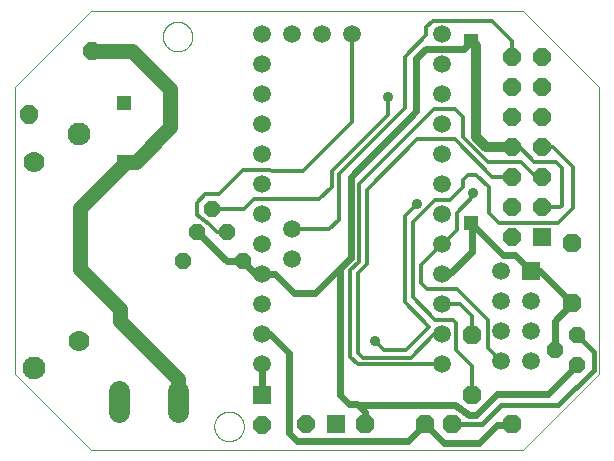
<source format=gtl>
G75*
%MOIN*%
%OFA0B0*%
%FSLAX25Y25*%
%IPPOS*%
%LPD*%
%AMOC8*
5,1,8,0,0,1.08239X$1,22.5*
%
%ADD10C,0.00000*%
%ADD11R,0.05150X0.05150*%
%ADD12C,0.07600*%
%ADD13C,0.07000*%
%ADD14C,0.07050*%
%ADD15C,0.05937*%
%ADD16R,0.05937X0.05937*%
%ADD17OC8,0.06300*%
%ADD18OC8,0.05200*%
%ADD19R,0.06000X0.06000*%
%ADD20OC8,0.06000*%
%ADD21C,0.01187*%
%ADD22C,0.05000*%
%ADD23C,0.01600*%
%ADD24C,0.02400*%
%ADD25C,0.03200*%
%ADD26C,0.01200*%
%ADD27C,0.03562*%
D10*
X0002942Y0027902D02*
X0028336Y0002508D01*
X0172431Y0002508D01*
X0197824Y0027902D01*
X0197824Y0123374D01*
X0172431Y0148768D01*
X0028336Y0148768D01*
X0002942Y0123374D01*
X0002942Y0027902D01*
X0069478Y0010382D02*
X0069480Y0010522D01*
X0069486Y0010662D01*
X0069496Y0010801D01*
X0069510Y0010940D01*
X0069528Y0011079D01*
X0069549Y0011217D01*
X0069575Y0011355D01*
X0069605Y0011492D01*
X0069638Y0011627D01*
X0069676Y0011762D01*
X0069717Y0011896D01*
X0069762Y0012029D01*
X0069810Y0012160D01*
X0069863Y0012289D01*
X0069919Y0012418D01*
X0069978Y0012544D01*
X0070042Y0012669D01*
X0070108Y0012792D01*
X0070179Y0012913D01*
X0070252Y0013032D01*
X0070329Y0013149D01*
X0070410Y0013263D01*
X0070493Y0013375D01*
X0070580Y0013485D01*
X0070670Y0013593D01*
X0070762Y0013697D01*
X0070858Y0013799D01*
X0070957Y0013899D01*
X0071058Y0013995D01*
X0071162Y0014089D01*
X0071269Y0014179D01*
X0071378Y0014266D01*
X0071490Y0014351D01*
X0071604Y0014432D01*
X0071720Y0014510D01*
X0071838Y0014584D01*
X0071959Y0014655D01*
X0072081Y0014723D01*
X0072206Y0014787D01*
X0072332Y0014848D01*
X0072459Y0014905D01*
X0072589Y0014958D01*
X0072720Y0015008D01*
X0072852Y0015053D01*
X0072985Y0015096D01*
X0073120Y0015134D01*
X0073255Y0015168D01*
X0073392Y0015199D01*
X0073529Y0015226D01*
X0073667Y0015248D01*
X0073806Y0015267D01*
X0073945Y0015282D01*
X0074084Y0015293D01*
X0074224Y0015300D01*
X0074364Y0015303D01*
X0074504Y0015302D01*
X0074644Y0015297D01*
X0074783Y0015288D01*
X0074923Y0015275D01*
X0075062Y0015258D01*
X0075200Y0015237D01*
X0075338Y0015213D01*
X0075475Y0015184D01*
X0075611Y0015152D01*
X0075746Y0015115D01*
X0075880Y0015075D01*
X0076013Y0015031D01*
X0076144Y0014983D01*
X0076274Y0014932D01*
X0076403Y0014877D01*
X0076530Y0014818D01*
X0076655Y0014755D01*
X0076778Y0014690D01*
X0076900Y0014620D01*
X0077019Y0014547D01*
X0077137Y0014471D01*
X0077252Y0014392D01*
X0077365Y0014309D01*
X0077475Y0014223D01*
X0077583Y0014134D01*
X0077688Y0014042D01*
X0077791Y0013947D01*
X0077891Y0013849D01*
X0077988Y0013749D01*
X0078082Y0013645D01*
X0078174Y0013539D01*
X0078262Y0013431D01*
X0078347Y0013320D01*
X0078429Y0013206D01*
X0078508Y0013090D01*
X0078583Y0012973D01*
X0078655Y0012853D01*
X0078723Y0012731D01*
X0078788Y0012607D01*
X0078850Y0012481D01*
X0078908Y0012354D01*
X0078962Y0012225D01*
X0079013Y0012094D01*
X0079059Y0011962D01*
X0079102Y0011829D01*
X0079142Y0011695D01*
X0079177Y0011560D01*
X0079209Y0011423D01*
X0079236Y0011286D01*
X0079260Y0011148D01*
X0079280Y0011010D01*
X0079296Y0010871D01*
X0079308Y0010731D01*
X0079316Y0010592D01*
X0079320Y0010452D01*
X0079320Y0010312D01*
X0079316Y0010172D01*
X0079308Y0010033D01*
X0079296Y0009893D01*
X0079280Y0009754D01*
X0079260Y0009616D01*
X0079236Y0009478D01*
X0079209Y0009341D01*
X0079177Y0009204D01*
X0079142Y0009069D01*
X0079102Y0008935D01*
X0079059Y0008802D01*
X0079013Y0008670D01*
X0078962Y0008539D01*
X0078908Y0008410D01*
X0078850Y0008283D01*
X0078788Y0008157D01*
X0078723Y0008033D01*
X0078655Y0007911D01*
X0078583Y0007791D01*
X0078508Y0007674D01*
X0078429Y0007558D01*
X0078347Y0007444D01*
X0078262Y0007333D01*
X0078174Y0007225D01*
X0078082Y0007119D01*
X0077988Y0007015D01*
X0077891Y0006915D01*
X0077791Y0006817D01*
X0077688Y0006722D01*
X0077583Y0006630D01*
X0077475Y0006541D01*
X0077365Y0006455D01*
X0077252Y0006372D01*
X0077137Y0006293D01*
X0077019Y0006217D01*
X0076900Y0006144D01*
X0076778Y0006074D01*
X0076655Y0006009D01*
X0076530Y0005946D01*
X0076403Y0005887D01*
X0076274Y0005832D01*
X0076144Y0005781D01*
X0076013Y0005733D01*
X0075880Y0005689D01*
X0075746Y0005649D01*
X0075611Y0005612D01*
X0075475Y0005580D01*
X0075338Y0005551D01*
X0075200Y0005527D01*
X0075062Y0005506D01*
X0074923Y0005489D01*
X0074783Y0005476D01*
X0074644Y0005467D01*
X0074504Y0005462D01*
X0074364Y0005461D01*
X0074224Y0005464D01*
X0074084Y0005471D01*
X0073945Y0005482D01*
X0073806Y0005497D01*
X0073667Y0005516D01*
X0073529Y0005538D01*
X0073392Y0005565D01*
X0073255Y0005596D01*
X0073120Y0005630D01*
X0072985Y0005668D01*
X0072852Y0005711D01*
X0072720Y0005756D01*
X0072589Y0005806D01*
X0072459Y0005859D01*
X0072332Y0005916D01*
X0072206Y0005977D01*
X0072081Y0006041D01*
X0071959Y0006109D01*
X0071838Y0006180D01*
X0071720Y0006254D01*
X0071604Y0006332D01*
X0071490Y0006413D01*
X0071378Y0006498D01*
X0071269Y0006585D01*
X0071162Y0006675D01*
X0071058Y0006769D01*
X0070957Y0006865D01*
X0070858Y0006965D01*
X0070762Y0007067D01*
X0070670Y0007171D01*
X0070580Y0007279D01*
X0070493Y0007389D01*
X0070410Y0007501D01*
X0070329Y0007615D01*
X0070252Y0007732D01*
X0070179Y0007851D01*
X0070108Y0007972D01*
X0070042Y0008095D01*
X0069978Y0008220D01*
X0069919Y0008346D01*
X0069863Y0008475D01*
X0069810Y0008604D01*
X0069762Y0008735D01*
X0069717Y0008868D01*
X0069676Y0009002D01*
X0069638Y0009137D01*
X0069605Y0009272D01*
X0069575Y0009409D01*
X0069549Y0009547D01*
X0069528Y0009685D01*
X0069510Y0009824D01*
X0069496Y0009963D01*
X0069486Y0010102D01*
X0069480Y0010242D01*
X0069478Y0010382D01*
X0052352Y0140303D02*
X0052354Y0140443D01*
X0052360Y0140583D01*
X0052370Y0140722D01*
X0052384Y0140861D01*
X0052402Y0141000D01*
X0052423Y0141138D01*
X0052449Y0141276D01*
X0052479Y0141413D01*
X0052512Y0141548D01*
X0052550Y0141683D01*
X0052591Y0141817D01*
X0052636Y0141950D01*
X0052684Y0142081D01*
X0052737Y0142210D01*
X0052793Y0142339D01*
X0052852Y0142465D01*
X0052916Y0142590D01*
X0052982Y0142713D01*
X0053053Y0142834D01*
X0053126Y0142953D01*
X0053203Y0143070D01*
X0053284Y0143184D01*
X0053367Y0143296D01*
X0053454Y0143406D01*
X0053544Y0143514D01*
X0053636Y0143618D01*
X0053732Y0143720D01*
X0053831Y0143820D01*
X0053932Y0143916D01*
X0054036Y0144010D01*
X0054143Y0144100D01*
X0054252Y0144187D01*
X0054364Y0144272D01*
X0054478Y0144353D01*
X0054594Y0144431D01*
X0054712Y0144505D01*
X0054833Y0144576D01*
X0054955Y0144644D01*
X0055080Y0144708D01*
X0055206Y0144769D01*
X0055333Y0144826D01*
X0055463Y0144879D01*
X0055594Y0144929D01*
X0055726Y0144974D01*
X0055859Y0145017D01*
X0055994Y0145055D01*
X0056129Y0145089D01*
X0056266Y0145120D01*
X0056403Y0145147D01*
X0056541Y0145169D01*
X0056680Y0145188D01*
X0056819Y0145203D01*
X0056958Y0145214D01*
X0057098Y0145221D01*
X0057238Y0145224D01*
X0057378Y0145223D01*
X0057518Y0145218D01*
X0057657Y0145209D01*
X0057797Y0145196D01*
X0057936Y0145179D01*
X0058074Y0145158D01*
X0058212Y0145134D01*
X0058349Y0145105D01*
X0058485Y0145073D01*
X0058620Y0145036D01*
X0058754Y0144996D01*
X0058887Y0144952D01*
X0059018Y0144904D01*
X0059148Y0144853D01*
X0059277Y0144798D01*
X0059404Y0144739D01*
X0059529Y0144676D01*
X0059652Y0144611D01*
X0059774Y0144541D01*
X0059893Y0144468D01*
X0060011Y0144392D01*
X0060126Y0144313D01*
X0060239Y0144230D01*
X0060349Y0144144D01*
X0060457Y0144055D01*
X0060562Y0143963D01*
X0060665Y0143868D01*
X0060765Y0143770D01*
X0060862Y0143670D01*
X0060956Y0143566D01*
X0061048Y0143460D01*
X0061136Y0143352D01*
X0061221Y0143241D01*
X0061303Y0143127D01*
X0061382Y0143011D01*
X0061457Y0142894D01*
X0061529Y0142774D01*
X0061597Y0142652D01*
X0061662Y0142528D01*
X0061724Y0142402D01*
X0061782Y0142275D01*
X0061836Y0142146D01*
X0061887Y0142015D01*
X0061933Y0141883D01*
X0061976Y0141750D01*
X0062016Y0141616D01*
X0062051Y0141481D01*
X0062083Y0141344D01*
X0062110Y0141207D01*
X0062134Y0141069D01*
X0062154Y0140931D01*
X0062170Y0140792D01*
X0062182Y0140652D01*
X0062190Y0140513D01*
X0062194Y0140373D01*
X0062194Y0140233D01*
X0062190Y0140093D01*
X0062182Y0139954D01*
X0062170Y0139814D01*
X0062154Y0139675D01*
X0062134Y0139537D01*
X0062110Y0139399D01*
X0062083Y0139262D01*
X0062051Y0139125D01*
X0062016Y0138990D01*
X0061976Y0138856D01*
X0061933Y0138723D01*
X0061887Y0138591D01*
X0061836Y0138460D01*
X0061782Y0138331D01*
X0061724Y0138204D01*
X0061662Y0138078D01*
X0061597Y0137954D01*
X0061529Y0137832D01*
X0061457Y0137712D01*
X0061382Y0137595D01*
X0061303Y0137479D01*
X0061221Y0137365D01*
X0061136Y0137254D01*
X0061048Y0137146D01*
X0060956Y0137040D01*
X0060862Y0136936D01*
X0060765Y0136836D01*
X0060665Y0136738D01*
X0060562Y0136643D01*
X0060457Y0136551D01*
X0060349Y0136462D01*
X0060239Y0136376D01*
X0060126Y0136293D01*
X0060011Y0136214D01*
X0059893Y0136138D01*
X0059774Y0136065D01*
X0059652Y0135995D01*
X0059529Y0135930D01*
X0059404Y0135867D01*
X0059277Y0135808D01*
X0059148Y0135753D01*
X0059018Y0135702D01*
X0058887Y0135654D01*
X0058754Y0135610D01*
X0058620Y0135570D01*
X0058485Y0135533D01*
X0058349Y0135501D01*
X0058212Y0135472D01*
X0058074Y0135448D01*
X0057936Y0135427D01*
X0057797Y0135410D01*
X0057657Y0135397D01*
X0057518Y0135388D01*
X0057378Y0135383D01*
X0057238Y0135382D01*
X0057098Y0135385D01*
X0056958Y0135392D01*
X0056819Y0135403D01*
X0056680Y0135418D01*
X0056541Y0135437D01*
X0056403Y0135459D01*
X0056266Y0135486D01*
X0056129Y0135517D01*
X0055994Y0135551D01*
X0055859Y0135589D01*
X0055726Y0135632D01*
X0055594Y0135677D01*
X0055463Y0135727D01*
X0055333Y0135780D01*
X0055206Y0135837D01*
X0055080Y0135898D01*
X0054955Y0135962D01*
X0054833Y0136030D01*
X0054712Y0136101D01*
X0054594Y0136175D01*
X0054478Y0136253D01*
X0054364Y0136334D01*
X0054252Y0136419D01*
X0054143Y0136506D01*
X0054036Y0136596D01*
X0053932Y0136690D01*
X0053831Y0136786D01*
X0053732Y0136886D01*
X0053636Y0136988D01*
X0053544Y0137092D01*
X0053454Y0137200D01*
X0053367Y0137310D01*
X0053284Y0137422D01*
X0053203Y0137536D01*
X0053126Y0137653D01*
X0053053Y0137772D01*
X0052982Y0137893D01*
X0052916Y0138016D01*
X0052852Y0138141D01*
X0052793Y0138267D01*
X0052737Y0138396D01*
X0052684Y0138525D01*
X0052636Y0138656D01*
X0052591Y0138789D01*
X0052550Y0138923D01*
X0052512Y0139058D01*
X0052479Y0139193D01*
X0052449Y0139330D01*
X0052423Y0139468D01*
X0052402Y0139606D01*
X0052384Y0139745D01*
X0052370Y0139884D01*
X0052360Y0140023D01*
X0052354Y0140163D01*
X0052352Y0140303D01*
D11*
X0039429Y0118256D03*
X0039429Y0098571D03*
X0155177Y0078098D03*
X0155177Y0138728D03*
D12*
X0024237Y0107754D03*
X0009270Y0029692D03*
D13*
X0024237Y0038920D03*
X0009270Y0098527D03*
D14*
X0037846Y0022272D02*
X0037846Y0015222D01*
X0057531Y0015222D02*
X0057531Y0022272D01*
D15*
X0085565Y0031051D03*
X0085565Y0041051D03*
X0085565Y0051051D03*
X0085565Y0061051D03*
X0095565Y0066051D03*
X0085565Y0071051D03*
X0095565Y0076051D03*
X0085565Y0081051D03*
X0085565Y0091051D03*
X0085565Y0101051D03*
X0085565Y0111051D03*
X0085565Y0121051D03*
X0085565Y0131051D03*
X0085565Y0141051D03*
X0095565Y0141051D03*
X0105565Y0141051D03*
X0115565Y0141051D03*
X0145565Y0141051D03*
X0145565Y0131051D03*
X0145565Y0121051D03*
X0145565Y0111051D03*
X0145565Y0101051D03*
X0145565Y0091051D03*
X0145565Y0081051D03*
X0145565Y0071051D03*
X0145565Y0061051D03*
X0145565Y0051051D03*
X0145565Y0041051D03*
X0145565Y0031051D03*
X0165213Y0032068D03*
X0175213Y0032068D03*
X0175213Y0042068D03*
X0165213Y0042068D03*
X0165213Y0052068D03*
X0175213Y0052068D03*
X0165213Y0062068D03*
D16*
X0175213Y0062068D03*
D17*
X0188769Y0071366D03*
X0188769Y0051366D03*
X0155502Y0040854D03*
X0155502Y0020854D03*
X0148748Y0011089D03*
X0139613Y0011161D03*
X0119613Y0011161D03*
X0168748Y0011089D03*
D18*
X0190451Y0030795D03*
X0182951Y0035795D03*
X0190451Y0040795D03*
X0079059Y0065416D03*
X0073691Y0075343D03*
X0068691Y0082843D03*
X0063691Y0075343D03*
X0059059Y0065416D03*
D19*
X0085521Y0020992D03*
X0110108Y0011091D03*
X0178809Y0073492D03*
D20*
X0168809Y0073492D03*
X0168809Y0083492D03*
X0178809Y0083492D03*
X0178809Y0093492D03*
X0168809Y0093492D03*
X0168809Y0103492D03*
X0178809Y0103492D03*
X0178809Y0113492D03*
X0168809Y0113492D03*
X0168809Y0123492D03*
X0178809Y0123492D03*
X0178809Y0133492D03*
X0168809Y0133492D03*
X0100108Y0011091D03*
X0085521Y0010992D03*
D21*
X0009391Y0114768D02*
X0009985Y0115362D01*
X0009985Y0113394D01*
X0008595Y0112004D01*
X0006627Y0112004D01*
X0005237Y0113394D01*
X0005237Y0115362D01*
X0006627Y0116752D01*
X0008595Y0116752D01*
X0009985Y0115362D01*
X0009094Y0114993D01*
X0009094Y0113763D01*
X0008226Y0112895D01*
X0006996Y0112895D01*
X0006128Y0113763D01*
X0006128Y0114993D01*
X0006996Y0115861D01*
X0008226Y0115861D01*
X0009094Y0114993D01*
X0008203Y0114624D01*
X0008203Y0114132D01*
X0007857Y0113786D01*
X0007365Y0113786D01*
X0007019Y0114132D01*
X0007019Y0114624D01*
X0007365Y0114970D01*
X0007857Y0114970D01*
X0008203Y0114624D01*
X0030605Y0135981D02*
X0031199Y0136575D01*
X0031199Y0134607D01*
X0029809Y0133217D01*
X0027841Y0133217D01*
X0026451Y0134607D01*
X0026451Y0136575D01*
X0027841Y0137965D01*
X0029809Y0137965D01*
X0031199Y0136575D01*
X0030308Y0136206D01*
X0030308Y0134976D01*
X0029440Y0134108D01*
X0028210Y0134108D01*
X0027342Y0134976D01*
X0027342Y0136206D01*
X0028210Y0137074D01*
X0029440Y0137074D01*
X0030308Y0136206D01*
X0029417Y0135837D01*
X0029417Y0135345D01*
X0029071Y0134999D01*
X0028579Y0134999D01*
X0028233Y0135345D01*
X0028233Y0135837D01*
X0028579Y0136183D01*
X0029071Y0136183D01*
X0029417Y0135837D01*
D22*
X0028825Y0135591D02*
X0042104Y0135591D01*
X0054813Y0122882D01*
X0054813Y0110087D01*
X0043297Y0098571D01*
X0039429Y0098571D01*
X0039429Y0097853D01*
X0024596Y0083020D01*
X0024596Y0062941D01*
X0038179Y0049358D01*
X0038179Y0045618D01*
X0057531Y0026266D01*
X0057531Y0018747D01*
D23*
X0148748Y0011089D02*
X0158694Y0011089D01*
X0164965Y0017359D01*
X0184065Y0017359D01*
X0195965Y0029259D01*
X0195965Y0035282D01*
X0190451Y0040795D01*
D24*
X0182951Y0045548D02*
X0182951Y0035795D01*
X0190451Y0030795D02*
X0180815Y0021159D01*
X0163665Y0021159D01*
X0156628Y0014122D01*
X0154517Y0014122D01*
X0149783Y0017469D01*
X0117509Y0017469D01*
X0117411Y0017370D01*
X0116919Y0017862D01*
X0114557Y0017862D01*
X0111407Y0021012D01*
X0111407Y0063138D01*
X0103139Y0054870D01*
X0096053Y0054870D01*
X0089872Y0061051D01*
X0085565Y0061051D01*
X0083030Y0061051D01*
X0079059Y0065416D01*
X0073617Y0065416D01*
X0063691Y0075343D01*
X0085565Y0041051D02*
X0088218Y0041051D01*
X0094281Y0034988D01*
X0094281Y0008217D01*
X0097037Y0005461D01*
X0133913Y0005461D01*
X0139613Y0011161D01*
X0145903Y0004870D01*
X0157730Y0004870D01*
X0163849Y0010989D01*
X0168748Y0011089D01*
X0182951Y0045548D02*
X0188769Y0051366D01*
X0178068Y0062068D01*
X0175213Y0062068D01*
X0175213Y0062128D01*
X0169675Y0067665D01*
X0165610Y0067665D01*
X0155177Y0078098D01*
X0155305Y0077971D01*
X0155305Y0068650D01*
X0147706Y0061051D01*
X0145565Y0061051D01*
X0114950Y0066681D02*
X0114950Y0093650D01*
X0136801Y0115500D01*
X0136801Y0133020D01*
X0139950Y0136169D01*
X0152618Y0136169D01*
X0155177Y0138728D01*
X0114950Y0066681D02*
X0111407Y0063138D01*
X0085565Y0031051D02*
X0085565Y0025476D01*
X0085521Y0020992D01*
X0117411Y0017370D02*
X0119613Y0015169D01*
X0119613Y0011161D01*
D25*
X0160226Y0103492D02*
X0156879Y0106839D01*
X0156879Y0137026D01*
X0155177Y0138728D01*
X0160226Y0103492D02*
X0168809Y0103492D01*
D26*
X0171250Y0103492D01*
X0176171Y0098571D01*
X0183454Y0098571D01*
X0185423Y0096602D01*
X0185423Y0084004D01*
X0184832Y0083413D01*
X0178887Y0083413D01*
X0178809Y0083492D01*
X0184045Y0078295D02*
X0164360Y0078295D01*
X0161013Y0081642D01*
X0161013Y0090106D01*
X0156879Y0094240D01*
X0153927Y0094240D01*
X0152352Y0092665D01*
X0152352Y0090106D01*
X0148218Y0085972D01*
X0143100Y0085972D01*
X0135620Y0078492D01*
X0135620Y0053492D01*
X0143100Y0046012D01*
X0149005Y0046012D01*
X0150187Y0044831D01*
X0150187Y0035972D01*
X0155502Y0030657D01*
X0155502Y0020854D01*
X0145565Y0031051D02*
X0117313Y0031051D01*
X0114753Y0033610D01*
X0114753Y0062350D01*
X0117706Y0065303D01*
X0117706Y0091091D01*
X0142706Y0116091D01*
X0149793Y0116091D01*
X0152352Y0113531D01*
X0152352Y0106839D01*
X0160620Y0098571D01*
X0171643Y0098571D01*
X0176722Y0093492D01*
X0178809Y0093492D01*
X0168809Y0093492D02*
X0162155Y0093492D01*
X0149596Y0106051D01*
X0136998Y0106051D01*
X0120265Y0089319D01*
X0120265Y0064516D01*
X0117313Y0061563D01*
X0117313Y0034988D01*
X0119084Y0033217D01*
X0135029Y0033217D01*
X0142864Y0041051D01*
X0145565Y0041051D01*
X0141131Y0043650D02*
X0133454Y0035972D01*
X0126171Y0035972D01*
X0123218Y0038925D01*
X0133061Y0051720D02*
X0141131Y0043650D01*
X0145565Y0051051D02*
X0145643Y0051130D01*
X0151565Y0051130D01*
X0155502Y0047193D01*
X0155502Y0040854D01*
X0160620Y0036563D02*
X0165115Y0032068D01*
X0165213Y0032068D01*
X0160620Y0036563D02*
X0160620Y0046012D01*
X0150383Y0056248D01*
X0140344Y0056248D01*
X0138376Y0058217D01*
X0138376Y0064122D01*
X0145305Y0071051D01*
X0145565Y0071051D01*
X0145698Y0071051D01*
X0150383Y0075736D01*
X0150383Y0081642D01*
X0155895Y0087154D01*
X0155895Y0088138D01*
X0136998Y0084594D02*
X0133061Y0080657D01*
X0133061Y0051720D01*
X0107864Y0076130D02*
X0095643Y0076130D01*
X0095565Y0076051D01*
X0107864Y0076130D02*
X0111013Y0079280D01*
X0111013Y0094437D01*
X0133061Y0116484D01*
X0133061Y0133610D01*
X0140147Y0140697D01*
X0140147Y0143453D01*
X0142313Y0145618D01*
X0162194Y0145618D01*
X0168887Y0138925D01*
X0168887Y0133571D01*
X0168809Y0133492D01*
X0168809Y0103492D02*
X0168887Y0103492D01*
X0178809Y0103492D02*
X0182470Y0103492D01*
X0188966Y0096996D01*
X0188966Y0083217D01*
X0184045Y0078295D01*
X0127352Y0114122D02*
X0127352Y0120146D01*
X0127352Y0114122D02*
X0108651Y0095421D01*
X0108651Y0090303D01*
X0104517Y0086169D01*
X0082864Y0086169D01*
X0079537Y0082843D01*
X0068691Y0082843D01*
X0067865Y0077959D02*
X0063665Y0080859D01*
X0063665Y0084959D01*
X0066565Y0087859D01*
X0070971Y0087859D01*
X0079124Y0096012D01*
X0088179Y0096012D01*
X0088769Y0095421D01*
X0099202Y0095421D01*
X0115565Y0111783D01*
X0115565Y0141051D01*
X0067865Y0077959D02*
X0070481Y0075343D01*
X0073691Y0075343D01*
D27*
X0123218Y0038925D03*
X0136998Y0084594D03*
X0155895Y0088138D03*
X0127352Y0120146D03*
M02*

</source>
